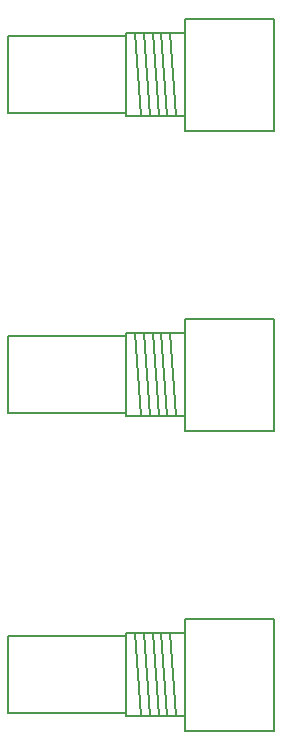
<source format=gbo>
G04 EAGLE Gerber RS-274X export*
G75*
%MOMM*%
%FSLAX34Y34*%
%LPD*%
%INSilkscreen Bottom*%
%IPPOS*%
%AMOC8*
5,1,8,0,0,1.08239X$1,22.5*%
G01*
%ADD10C,0.203200*%


D10*
X68300Y980950D02*
X68300Y885950D01*
X68300Y980950D02*
X-6700Y980950D01*
X-6700Y885950D01*
X68300Y885950D01*
X-36700Y898450D02*
X-56700Y898450D01*
X-36700Y898450D02*
X-29200Y898450D01*
X-21700Y898450D01*
X-14200Y898450D01*
X-6700Y898450D01*
X-41700Y968450D02*
X-56700Y968450D01*
X-41700Y968450D02*
X-34200Y968450D01*
X-26700Y968450D01*
X-19200Y968450D01*
X-6700Y968450D01*
X-56700Y968450D02*
X-56700Y898450D01*
X-44200Y898450D02*
X-49200Y968450D01*
X-41700Y968450D02*
X-36700Y898450D01*
X-29200Y898450D02*
X-34200Y968450D01*
X-26700Y968450D02*
X-21700Y898450D01*
X-14200Y898450D02*
X-19200Y968450D01*
X-56700Y900950D02*
X-156700Y900950D01*
X-156700Y965950D02*
X-56700Y965950D01*
X-156700Y965950D02*
X-156700Y900950D01*
X68300Y472950D02*
X68300Y377950D01*
X68300Y472950D02*
X-6700Y472950D01*
X-6700Y377950D01*
X68300Y377950D01*
X-36700Y390450D02*
X-56700Y390450D01*
X-36700Y390450D02*
X-29200Y390450D01*
X-21700Y390450D01*
X-14200Y390450D01*
X-6700Y390450D01*
X-41700Y460450D02*
X-56700Y460450D01*
X-41700Y460450D02*
X-34200Y460450D01*
X-26700Y460450D01*
X-19200Y460450D01*
X-6700Y460450D01*
X-56700Y460450D02*
X-56700Y390450D01*
X-44200Y390450D02*
X-49200Y460450D01*
X-41700Y460450D02*
X-36700Y390450D01*
X-29200Y390450D02*
X-34200Y460450D01*
X-26700Y460450D02*
X-21700Y390450D01*
X-14200Y390450D02*
X-19200Y460450D01*
X-56700Y392950D02*
X-156700Y392950D01*
X-156700Y457950D02*
X-56700Y457950D01*
X-156700Y457950D02*
X-156700Y392950D01*
X68300Y631950D02*
X68300Y726950D01*
X-6700Y726950D01*
X-6700Y631950D01*
X68300Y631950D01*
X-36700Y644450D02*
X-56700Y644450D01*
X-36700Y644450D02*
X-29200Y644450D01*
X-21700Y644450D01*
X-14200Y644450D01*
X-6700Y644450D01*
X-41700Y714450D02*
X-56700Y714450D01*
X-41700Y714450D02*
X-34200Y714450D01*
X-26700Y714450D01*
X-19200Y714450D01*
X-6700Y714450D01*
X-56700Y714450D02*
X-56700Y644450D01*
X-44200Y644450D02*
X-49200Y714450D01*
X-41700Y714450D02*
X-36700Y644450D01*
X-29200Y644450D02*
X-34200Y714450D01*
X-26700Y714450D02*
X-21700Y644450D01*
X-14200Y644450D02*
X-19200Y714450D01*
X-56700Y646950D02*
X-156700Y646950D01*
X-156700Y711950D02*
X-56700Y711950D01*
X-156700Y711950D02*
X-156700Y646950D01*
M02*

</source>
